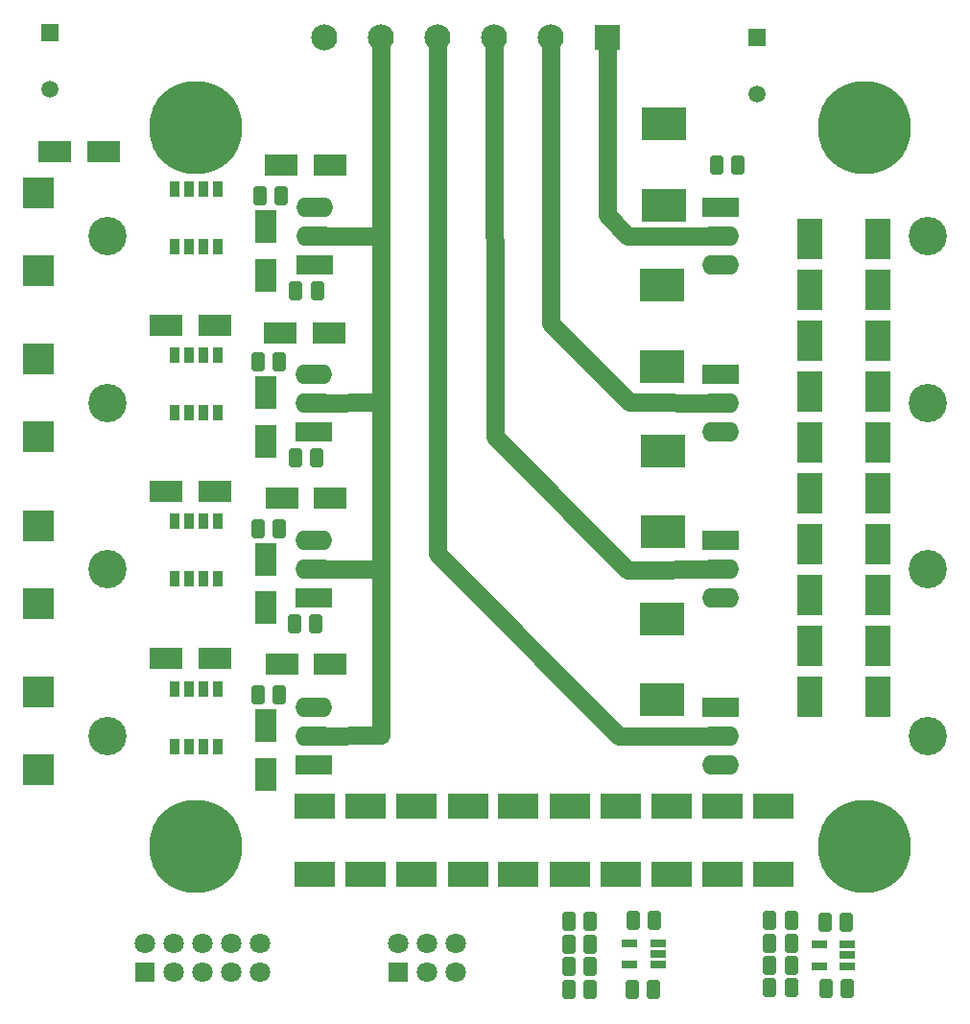
<source format=gts>
G04*
G04 #@! TF.GenerationSoftware,Altium Limited,Altium Designer,20.0.13 (296)*
G04*
G04 Layer_Color=8388736*
%FSLAX44Y44*%
%MOMM*%
G71*
G01*
G75*
%ADD16C,1.6000*%
%ADD17R,2.8532X1.9532*%
%ADD18R,4.0132X2.9972*%
G04:AMPARAMS|DCode=19|XSize=1.2032mm|YSize=1.6232mm|CornerRadius=0.2266mm|HoleSize=0mm|Usage=FLASHONLY|Rotation=0.000|XOffset=0mm|YOffset=0mm|HoleType=Round|Shape=RoundedRectangle|*
%AMROUNDEDRECTD19*
21,1,1.2032,1.1700,0,0,0.0*
21,1,0.7500,1.6232,0,0,0.0*
1,1,0.4532,0.3750,-0.5850*
1,1,0.4532,-0.3750,-0.5850*
1,1,0.4532,-0.3750,0.5850*
1,1,0.4532,0.3750,0.5850*
%
%ADD19ROUNDEDRECTD19*%
%ADD20R,1.4132X0.7932*%
%ADD21R,1.4140X0.7940*%
%ADD22R,3.6032X2.2032*%
%ADD23R,2.2032X3.6032*%
%ADD24R,1.9532X2.8532*%
%ADD25R,2.7032X2.8032*%
%ADD26R,0.8382X1.4732*%
%ADD27R,1.8082X1.8082*%
%ADD28C,1.8082*%
%ADD29R,3.2512X1.7272*%
%ADD30O,3.2512X1.7272*%
%ADD31C,3.3782*%
%ADD32R,2.3032X2.3032*%
%ADD33C,2.3032*%
%ADD34R,1.5200X1.5200*%
%ADD35C,1.5200*%
%ADD36C,8.2032*%
D16*
X574000Y712838D02*
X591081Y694250D01*
X673840Y694100D01*
X315060Y693980D02*
X371750Y694000D01*
X314940Y547203D02*
X373500Y547750D01*
X314940Y400307D02*
X373500Y400500D01*
X314940Y253410D02*
X374250Y254000D01*
X374000Y869250D02*
X374250Y254000D01*
X424000Y414250D02*
Y869250D01*
Y414250D02*
X426750Y411500D01*
X584250Y253500D01*
X673840Y253410D01*
X591250Y399750D02*
X673840Y400307D01*
X474250Y517500D02*
X591250Y399750D01*
X474000Y869250D02*
X474250Y517500D01*
X524000Y617000D02*
Y869250D01*
Y617000D02*
X593500Y547750D01*
X673840Y547203D01*
X574000Y712838D02*
Y869250D01*
D17*
X129125Y769250D02*
D03*
X86125D02*
D03*
X329380Y316430D02*
D03*
X286380D02*
D03*
X329380Y463327D02*
D03*
X286380D02*
D03*
X327750Y609250D02*
D03*
X284750D02*
D03*
X329000Y756750D02*
D03*
X286000D02*
D03*
X184130Y322180D02*
D03*
X227130D02*
D03*
X184130Y469077D02*
D03*
X227130D02*
D03*
X184130Y615973D02*
D03*
X227130D02*
D03*
D18*
X622000Y579565D02*
D03*
Y650935D02*
D03*
X622500Y433565D02*
D03*
Y504935D02*
D03*
X621750Y285565D02*
D03*
Y356935D02*
D03*
X623500Y793250D02*
D03*
Y721880D02*
D03*
D19*
X689100Y757250D02*
D03*
X670400D02*
D03*
X596689Y90643D02*
D03*
X615390D02*
D03*
X595824Y29800D02*
D03*
X614524D02*
D03*
X539900Y89750D02*
D03*
X558600D02*
D03*
Y69750D02*
D03*
X539900D02*
D03*
Y49750D02*
D03*
X558600D02*
D03*
Y29750D02*
D03*
X539900D02*
D03*
X765650Y89000D02*
D03*
X784350D02*
D03*
X766400Y30500D02*
D03*
X785100D02*
D03*
X717150Y90500D02*
D03*
X735850D02*
D03*
Y70500D02*
D03*
X717150D02*
D03*
Y50750D02*
D03*
X735850D02*
D03*
Y31500D02*
D03*
X717150D02*
D03*
X284100Y289500D02*
D03*
X265400D02*
D03*
X283850Y436500D02*
D03*
X265150D02*
D03*
X284100Y583250D02*
D03*
X265400D02*
D03*
X285600Y730250D02*
D03*
X266900D02*
D03*
X316600Y352250D02*
D03*
X297900D02*
D03*
X316850Y499000D02*
D03*
X298150D02*
D03*
X317600Y646250D02*
D03*
X298900D02*
D03*
D20*
X593400Y51750D02*
D03*
Y70750D02*
D03*
X760450Y50500D02*
D03*
Y69500D02*
D03*
D21*
X618500Y70750D02*
D03*
Y61250D02*
D03*
Y51750D02*
D03*
X785550Y69500D02*
D03*
Y60000D02*
D03*
Y50500D02*
D03*
D22*
X315280Y191500D02*
D03*
Y131500D02*
D03*
X360250Y191500D02*
D03*
Y131500D02*
D03*
X405500Y191500D02*
D03*
Y131500D02*
D03*
X450500Y191500D02*
D03*
Y131500D02*
D03*
X495250Y191500D02*
D03*
Y131500D02*
D03*
X540250Y191500D02*
D03*
Y131500D02*
D03*
X585250Y191500D02*
D03*
Y131500D02*
D03*
X630250Y191500D02*
D03*
Y131500D02*
D03*
X675500Y191500D02*
D03*
Y131500D02*
D03*
X720500Y191500D02*
D03*
Y131500D02*
D03*
D23*
X812360Y691750D02*
D03*
X752360D02*
D03*
X812360Y647000D02*
D03*
X752360D02*
D03*
X812360Y602000D02*
D03*
X752360D02*
D03*
X812360Y557250D02*
D03*
X752360D02*
D03*
X812360Y512250D02*
D03*
X752360D02*
D03*
X812360Y467500D02*
D03*
X752360D02*
D03*
X812360Y422500D02*
D03*
X752360D02*
D03*
X812360Y377750D02*
D03*
X752360D02*
D03*
X812360Y332750D02*
D03*
X752360D02*
D03*
X812360Y287950D02*
D03*
X752360D02*
D03*
D24*
X271880Y262430D02*
D03*
Y219430D02*
D03*
Y409327D02*
D03*
Y366327D02*
D03*
Y556223D02*
D03*
Y513223D02*
D03*
X272000Y703000D02*
D03*
Y660000D02*
D03*
D25*
X71630Y292180D02*
D03*
Y223580D02*
D03*
Y439077D02*
D03*
Y370477D02*
D03*
Y585973D02*
D03*
Y517373D02*
D03*
X71750Y732750D02*
D03*
Y664150D02*
D03*
D26*
X191800Y243950D02*
D03*
X204500D02*
D03*
X217200D02*
D03*
X229900D02*
D03*
Y294750D02*
D03*
X217200D02*
D03*
X204500D02*
D03*
X191800D02*
D03*
X192030Y391777D02*
D03*
X204730D02*
D03*
X217430D02*
D03*
X230130D02*
D03*
Y442577D02*
D03*
X217430D02*
D03*
X204730D02*
D03*
X192030D02*
D03*
Y538673D02*
D03*
X204730D02*
D03*
X217430D02*
D03*
X230130D02*
D03*
Y589473D02*
D03*
X217430D02*
D03*
X204730D02*
D03*
X192030D02*
D03*
X192150Y685450D02*
D03*
X204850D02*
D03*
X217550D02*
D03*
X230250D02*
D03*
Y736250D02*
D03*
X217550D02*
D03*
X204850D02*
D03*
X192150D02*
D03*
D27*
X165200Y44750D02*
D03*
X389250D02*
D03*
D28*
X165200Y70150D02*
D03*
X190600Y44750D02*
D03*
Y70150D02*
D03*
X216000Y44750D02*
D03*
Y70150D02*
D03*
X241400Y44750D02*
D03*
Y70150D02*
D03*
X266800Y44750D02*
D03*
Y70150D02*
D03*
X440050D02*
D03*
Y44750D02*
D03*
X414650Y70150D02*
D03*
Y44750D02*
D03*
X389250Y70150D02*
D03*
D29*
X314940Y228010D02*
D03*
Y374907D02*
D03*
Y521803D02*
D03*
X315060Y668580D02*
D03*
X673840Y278810D02*
D03*
Y425707D02*
D03*
Y572603D02*
D03*
Y719500D02*
D03*
D30*
X314940Y253410D02*
D03*
Y278810D02*
D03*
Y400307D02*
D03*
Y425707D02*
D03*
Y547203D02*
D03*
Y572603D02*
D03*
X315060Y693980D02*
D03*
Y719380D02*
D03*
X673840Y228010D02*
D03*
Y253410D02*
D03*
Y374907D02*
D03*
Y400307D02*
D03*
Y521803D02*
D03*
Y547203D02*
D03*
Y668700D02*
D03*
Y694100D02*
D03*
D31*
X132440Y253410D02*
D03*
Y400307D02*
D03*
Y547203D02*
D03*
X132560Y693980D02*
D03*
X856340Y253410D02*
D03*
Y400307D02*
D03*
Y547203D02*
D03*
Y694100D02*
D03*
D32*
X574000Y869250D02*
D03*
D33*
X524000D02*
D03*
X474000D02*
D03*
X424000D02*
D03*
X374000D02*
D03*
X324000D02*
D03*
D34*
X705500Y869750D02*
D03*
X81750Y874000D02*
D03*
D35*
X705500Y819750D02*
D03*
X81750Y824000D02*
D03*
D36*
X800250Y155500D02*
D03*
Y790250D02*
D03*
X210250Y155500D02*
D03*
Y790250D02*
D03*
M02*

</source>
